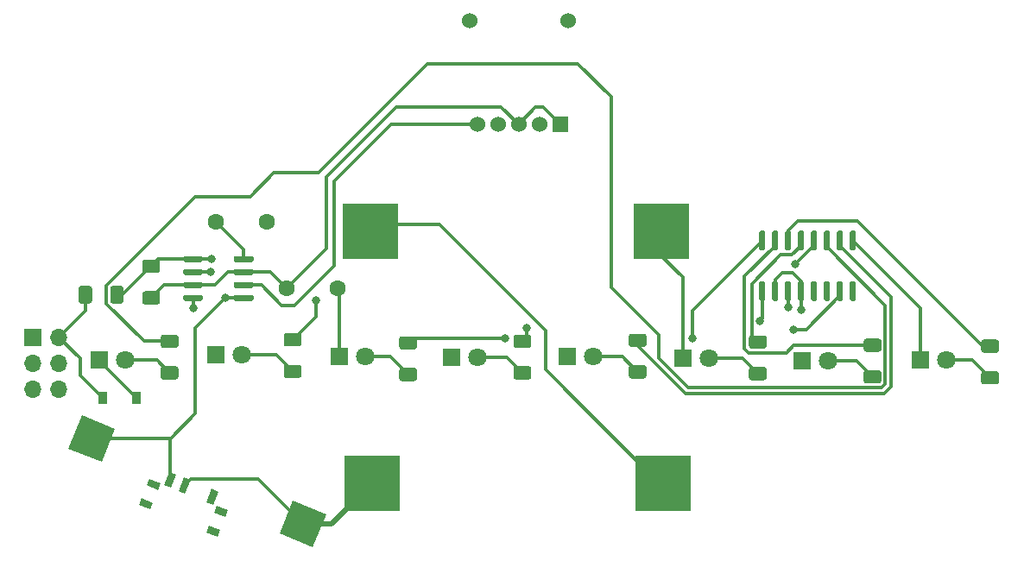
<source format=gbr>
%TF.GenerationSoftware,KiCad,Pcbnew,5.1.10-88a1d61d58~88~ubuntu20.04.1*%
%TF.CreationDate,2021-10-16T20:43:53-04:00*%
%TF.ProjectId,Spaceship-Badge-555,53706163-6573-4686-9970-2d4261646765,rev?*%
%TF.SameCoordinates,Original*%
%TF.FileFunction,Copper,L2,Bot*%
%TF.FilePolarity,Positive*%
%FSLAX46Y46*%
G04 Gerber Fmt 4.6, Leading zero omitted, Abs format (unit mm)*
G04 Created by KiCad (PCBNEW 5.1.10-88a1d61d58~88~ubuntu20.04.1) date 2021-10-16 20:43:53*
%MOMM*%
%LPD*%
G01*
G04 APERTURE LIST*
%TA.AperFunction,SMDPad,CuDef*%
%ADD10C,0.100000*%
%TD*%
%TA.AperFunction,SMDPad,CuDef*%
%ADD11R,0.900000X1.200000*%
%TD*%
%TA.AperFunction,ComponentPad*%
%ADD12C,1.524000*%
%TD*%
%TA.AperFunction,ComponentPad*%
%ADD13R,1.524000X1.524000*%
%TD*%
%TA.AperFunction,ComponentPad*%
%ADD14R,1.700000X1.700000*%
%TD*%
%TA.AperFunction,ComponentPad*%
%ADD15O,1.700000X1.700000*%
%TD*%
%TA.AperFunction,ComponentPad*%
%ADD16C,1.800000*%
%TD*%
%TA.AperFunction,ComponentPad*%
%ADD17R,1.800000X1.800000*%
%TD*%
%TA.AperFunction,ComponentPad*%
%ADD18C,1.600000*%
%TD*%
%TA.AperFunction,SMDPad,CuDef*%
%ADD19R,5.500000X5.500000*%
%TD*%
%TA.AperFunction,ViaPad*%
%ADD20C,0.800000*%
%TD*%
%TA.AperFunction,Conductor*%
%ADD21C,0.350000*%
%TD*%
%TA.AperFunction,Conductor*%
%ADD22C,0.500000*%
%TD*%
G04 APERTURE END LIST*
%TA.AperFunction,SMDPad,CuDef*%
D10*
%TO.P,SW2,2*%
%TO.N,+6V*%
G36*
X156942979Y-109636244D02*
G01*
X155631856Y-112881387D01*
X152386713Y-111570264D01*
X153697836Y-108325121D01*
X156942979Y-109636244D01*
G37*
%TD.AperFunction*%
%TA.AperFunction,SMDPad,CuDef*%
%TO.P,SW2,1*%
%TO.N,Net-(BT1-Pad1)*%
G36*
X177667392Y-118009450D02*
G01*
X176356269Y-121254593D01*
X173111126Y-119943470D01*
X174422249Y-116698327D01*
X177667392Y-118009450D01*
G37*
%TD.AperFunction*%
%TD*%
D11*
%TO.P,D1,2*%
%TO.N,GND*%
X159053800Y-106624120D03*
%TO.P,D1,1*%
%TO.N,Net-(D1-Pad1)*%
X155753800Y-106624120D03*
%TD*%
D12*
%TO.P,RV1,2*%
%TO.N,Net-(C2-Pad1)*%
X196524880Y-79786480D03*
%TO.P,RV1,*%
%TO.N,*%
X194492880Y-79786480D03*
%TO.P,RV1,1*%
%TO.N,Net-(RV1-Pad1)*%
X192460880Y-79786480D03*
%TO.P,RV1,*%
%TO.N,*%
X198556880Y-79786480D03*
D13*
%TO.P,RV1,3*%
%TO.N,Net-(C2-Pad1)*%
X200588880Y-79786480D03*
D12*
%TO.P,RV1,*%
%TO.N,*%
X201350880Y-69626480D03*
X191698880Y-69626480D03*
%TD*%
%TA.AperFunction,SMDPad,CuDef*%
D10*
%TO.P,SW1,3*%
%TO.N,+6V*%
G36*
X162937757Y-114118014D02*
G01*
X162413308Y-115416071D01*
X161764279Y-115153846D01*
X162288728Y-113855789D01*
X162937757Y-114118014D01*
G37*
%TD.AperFunction*%
%TA.AperFunction,SMDPad,CuDef*%
%TO.P,SW1,2*%
%TO.N,Net-(BT1-Pad1)*%
G36*
X164351712Y-114689289D02*
G01*
X163827263Y-115987346D01*
X163178234Y-115725121D01*
X163702683Y-114427064D01*
X164351712Y-114689289D01*
G37*
%TD.AperFunction*%
%TA.AperFunction,SMDPad,CuDef*%
%TO.P,SW1,1*%
%TO.N,Net-(SW1-Pad1)*%
G36*
X167110084Y-115803744D02*
G01*
X166585635Y-117101801D01*
X165936606Y-116839576D01*
X166461055Y-115541519D01*
X167110084Y-115803744D01*
G37*
%TD.AperFunction*%
%TA.AperFunction,SMDPad,CuDef*%
%TO.P,SW1,*%
%TO.N,*%
G36*
X161449186Y-114983399D02*
G01*
X161186961Y-115632427D01*
X160074340Y-115182899D01*
X160336565Y-114533871D01*
X161449186Y-114983399D01*
G37*
%TD.AperFunction*%
%TA.AperFunction,SMDPad,CuDef*%
G36*
X160666258Y-116921214D02*
G01*
X160404033Y-117570242D01*
X159291412Y-117120714D01*
X159553637Y-116471686D01*
X160666258Y-116921214D01*
G37*
%TD.AperFunction*%
%TA.AperFunction,SMDPad,CuDef*%
G36*
X167260390Y-119585416D02*
G01*
X166998165Y-120234444D01*
X165885544Y-119784916D01*
X166147769Y-119135888D01*
X167260390Y-119585416D01*
G37*
%TD.AperFunction*%
%TA.AperFunction,SMDPad,CuDef*%
G36*
X168043318Y-117647602D02*
G01*
X167781093Y-118296630D01*
X166668472Y-117847102D01*
X166930697Y-117198074D01*
X168043318Y-117647602D01*
G37*
%TD.AperFunction*%
%TD*%
%TO.P,U2,1*%
%TO.N,Net-(R7-Pad2)*%
%TA.AperFunction,SMDPad,CuDef*%
G36*
G01*
X220271000Y-90199800D02*
X220571000Y-90199800D01*
G75*
G02*
X220721000Y-90349800I0J-150000D01*
G01*
X220721000Y-91999800D01*
G75*
G02*
X220571000Y-92149800I-150000J0D01*
G01*
X220271000Y-92149800D01*
G75*
G02*
X220121000Y-91999800I0J150000D01*
G01*
X220121000Y-90349800D01*
G75*
G02*
X220271000Y-90199800I150000J0D01*
G01*
G37*
%TD.AperFunction*%
%TO.P,U2,2*%
%TO.N,Net-(R11-Pad2)*%
%TA.AperFunction,SMDPad,CuDef*%
G36*
G01*
X221541000Y-90199800D02*
X221841000Y-90199800D01*
G75*
G02*
X221991000Y-90349800I0J-150000D01*
G01*
X221991000Y-91999800D01*
G75*
G02*
X221841000Y-92149800I-150000J0D01*
G01*
X221541000Y-92149800D01*
G75*
G02*
X221391000Y-91999800I0J150000D01*
G01*
X221391000Y-90349800D01*
G75*
G02*
X221541000Y-90199800I150000J0D01*
G01*
G37*
%TD.AperFunction*%
%TO.P,U2,3*%
%TO.N,Net-(R12-Pad2)*%
%TA.AperFunction,SMDPad,CuDef*%
G36*
G01*
X222811000Y-90199800D02*
X223111000Y-90199800D01*
G75*
G02*
X223261000Y-90349800I0J-150000D01*
G01*
X223261000Y-91999800D01*
G75*
G02*
X223111000Y-92149800I-150000J0D01*
G01*
X222811000Y-92149800D01*
G75*
G02*
X222661000Y-91999800I0J150000D01*
G01*
X222661000Y-90349800D01*
G75*
G02*
X222811000Y-90199800I150000J0D01*
G01*
G37*
%TD.AperFunction*%
%TO.P,U2,4*%
%TO.N,Net-(R10-Pad2)*%
%TA.AperFunction,SMDPad,CuDef*%
G36*
G01*
X224081000Y-90199800D02*
X224381000Y-90199800D01*
G75*
G02*
X224531000Y-90349800I0J-150000D01*
G01*
X224531000Y-91999800D01*
G75*
G02*
X224381000Y-92149800I-150000J0D01*
G01*
X224081000Y-92149800D01*
G75*
G02*
X223931000Y-91999800I0J150000D01*
G01*
X223931000Y-90349800D01*
G75*
G02*
X224081000Y-90199800I150000J0D01*
G01*
G37*
%TD.AperFunction*%
%TO.P,U2,5*%
%TO.N,Net-(R6-Pad2)*%
%TA.AperFunction,SMDPad,CuDef*%
G36*
G01*
X225351000Y-90199800D02*
X225651000Y-90199800D01*
G75*
G02*
X225801000Y-90349800I0J-150000D01*
G01*
X225801000Y-91999800D01*
G75*
G02*
X225651000Y-92149800I-150000J0D01*
G01*
X225351000Y-92149800D01*
G75*
G02*
X225201000Y-91999800I0J150000D01*
G01*
X225201000Y-90349800D01*
G75*
G02*
X225351000Y-90199800I150000J0D01*
G01*
G37*
%TD.AperFunction*%
%TO.P,U2,6*%
%TO.N,Net-(R5-Pad2)*%
%TA.AperFunction,SMDPad,CuDef*%
G36*
G01*
X226621000Y-90199800D02*
X226921000Y-90199800D01*
G75*
G02*
X227071000Y-90349800I0J-150000D01*
G01*
X227071000Y-91999800D01*
G75*
G02*
X226921000Y-92149800I-150000J0D01*
G01*
X226621000Y-92149800D01*
G75*
G02*
X226471000Y-91999800I0J150000D01*
G01*
X226471000Y-90349800D01*
G75*
G02*
X226621000Y-90199800I150000J0D01*
G01*
G37*
%TD.AperFunction*%
%TO.P,U2,7*%
%TO.N,Net-(R9-Pad2)*%
%TA.AperFunction,SMDPad,CuDef*%
G36*
G01*
X227891000Y-90199800D02*
X228191000Y-90199800D01*
G75*
G02*
X228341000Y-90349800I0J-150000D01*
G01*
X228341000Y-91999800D01*
G75*
G02*
X228191000Y-92149800I-150000J0D01*
G01*
X227891000Y-92149800D01*
G75*
G02*
X227741000Y-91999800I0J150000D01*
G01*
X227741000Y-90349800D01*
G75*
G02*
X227891000Y-90199800I150000J0D01*
G01*
G37*
%TD.AperFunction*%
%TO.P,U2,8*%
%TO.N,GND*%
%TA.AperFunction,SMDPad,CuDef*%
G36*
G01*
X229161000Y-90199800D02*
X229461000Y-90199800D01*
G75*
G02*
X229611000Y-90349800I0J-150000D01*
G01*
X229611000Y-91999800D01*
G75*
G02*
X229461000Y-92149800I-150000J0D01*
G01*
X229161000Y-92149800D01*
G75*
G02*
X229011000Y-91999800I0J150000D01*
G01*
X229011000Y-90349800D01*
G75*
G02*
X229161000Y-90199800I150000J0D01*
G01*
G37*
%TD.AperFunction*%
%TO.P,U2,9*%
%TO.N,Net-(U2-Pad9)*%
%TA.AperFunction,SMDPad,CuDef*%
G36*
G01*
X229161000Y-95149800D02*
X229461000Y-95149800D01*
G75*
G02*
X229611000Y-95299800I0J-150000D01*
G01*
X229611000Y-96949800D01*
G75*
G02*
X229461000Y-97099800I-150000J0D01*
G01*
X229161000Y-97099800D01*
G75*
G02*
X229011000Y-96949800I0J150000D01*
G01*
X229011000Y-95299800D01*
G75*
G02*
X229161000Y-95149800I150000J0D01*
G01*
G37*
%TD.AperFunction*%
%TO.P,U2,10*%
%TO.N,Net-(R8-Pad2)*%
%TA.AperFunction,SMDPad,CuDef*%
G36*
G01*
X227891000Y-95149800D02*
X228191000Y-95149800D01*
G75*
G02*
X228341000Y-95299800I0J-150000D01*
G01*
X228341000Y-96949800D01*
G75*
G02*
X228191000Y-97099800I-150000J0D01*
G01*
X227891000Y-97099800D01*
G75*
G02*
X227741000Y-96949800I0J150000D01*
G01*
X227741000Y-95299800D01*
G75*
G02*
X227891000Y-95149800I150000J0D01*
G01*
G37*
%TD.AperFunction*%
%TO.P,U2,11*%
%TO.N,Net-(U2-Pad11)*%
%TA.AperFunction,SMDPad,CuDef*%
G36*
G01*
X226621000Y-95149800D02*
X226921000Y-95149800D01*
G75*
G02*
X227071000Y-95299800I0J-150000D01*
G01*
X227071000Y-96949800D01*
G75*
G02*
X226921000Y-97099800I-150000J0D01*
G01*
X226621000Y-97099800D01*
G75*
G02*
X226471000Y-96949800I0J150000D01*
G01*
X226471000Y-95299800D01*
G75*
G02*
X226621000Y-95149800I150000J0D01*
G01*
G37*
%TD.AperFunction*%
%TO.P,U2,12*%
%TO.N,Net-(U2-Pad12)*%
%TA.AperFunction,SMDPad,CuDef*%
G36*
G01*
X225351000Y-95149800D02*
X225651000Y-95149800D01*
G75*
G02*
X225801000Y-95299800I0J-150000D01*
G01*
X225801000Y-96949800D01*
G75*
G02*
X225651000Y-97099800I-150000J0D01*
G01*
X225351000Y-97099800D01*
G75*
G02*
X225201000Y-96949800I0J150000D01*
G01*
X225201000Y-95299800D01*
G75*
G02*
X225351000Y-95149800I150000J0D01*
G01*
G37*
%TD.AperFunction*%
%TO.P,U2,13*%
%TO.N,GND*%
%TA.AperFunction,SMDPad,CuDef*%
G36*
G01*
X224081000Y-95149800D02*
X224381000Y-95149800D01*
G75*
G02*
X224531000Y-95299800I0J-150000D01*
G01*
X224531000Y-96949800D01*
G75*
G02*
X224381000Y-97099800I-150000J0D01*
G01*
X224081000Y-97099800D01*
G75*
G02*
X223931000Y-96949800I0J150000D01*
G01*
X223931000Y-95299800D01*
G75*
G02*
X224081000Y-95149800I150000J0D01*
G01*
G37*
%TD.AperFunction*%
%TO.P,U2,14*%
%TO.N,Net-(U1-Pad3)*%
%TA.AperFunction,SMDPad,CuDef*%
G36*
G01*
X222811000Y-95149800D02*
X223111000Y-95149800D01*
G75*
G02*
X223261000Y-95299800I0J-150000D01*
G01*
X223261000Y-96949800D01*
G75*
G02*
X223111000Y-97099800I-150000J0D01*
G01*
X222811000Y-97099800D01*
G75*
G02*
X222661000Y-96949800I0J150000D01*
G01*
X222661000Y-95299800D01*
G75*
G02*
X222811000Y-95149800I150000J0D01*
G01*
G37*
%TD.AperFunction*%
%TO.P,U2,15*%
%TO.N,GND*%
%TA.AperFunction,SMDPad,CuDef*%
G36*
G01*
X221541000Y-95149800D02*
X221841000Y-95149800D01*
G75*
G02*
X221991000Y-95299800I0J-150000D01*
G01*
X221991000Y-96949800D01*
G75*
G02*
X221841000Y-97099800I-150000J0D01*
G01*
X221541000Y-97099800D01*
G75*
G02*
X221391000Y-96949800I0J150000D01*
G01*
X221391000Y-95299800D01*
G75*
G02*
X221541000Y-95149800I150000J0D01*
G01*
G37*
%TD.AperFunction*%
%TO.P,U2,16*%
%TO.N,+6V*%
%TA.AperFunction,SMDPad,CuDef*%
G36*
G01*
X220271000Y-95149800D02*
X220571000Y-95149800D01*
G75*
G02*
X220721000Y-95299800I0J-150000D01*
G01*
X220721000Y-96949800D01*
G75*
G02*
X220571000Y-97099800I-150000J0D01*
G01*
X220271000Y-97099800D01*
G75*
G02*
X220121000Y-96949800I0J150000D01*
G01*
X220121000Y-95299800D01*
G75*
G02*
X220271000Y-95149800I150000J0D01*
G01*
G37*
%TD.AperFunction*%
%TD*%
%TO.P,U1,8*%
%TO.N,+6V*%
%TA.AperFunction,SMDPad,CuDef*%
G36*
G01*
X168581000Y-96949400D02*
X168581000Y-96649400D01*
G75*
G02*
X168731000Y-96499400I150000J0D01*
G01*
X170381000Y-96499400D01*
G75*
G02*
X170531000Y-96649400I0J-150000D01*
G01*
X170531000Y-96949400D01*
G75*
G02*
X170381000Y-97099400I-150000J0D01*
G01*
X168731000Y-97099400D01*
G75*
G02*
X168581000Y-96949400I0J150000D01*
G01*
G37*
%TD.AperFunction*%
%TO.P,U1,7*%
%TO.N,Net-(RV1-Pad1)*%
%TA.AperFunction,SMDPad,CuDef*%
G36*
G01*
X168581000Y-95679400D02*
X168581000Y-95379400D01*
G75*
G02*
X168731000Y-95229400I150000J0D01*
G01*
X170381000Y-95229400D01*
G75*
G02*
X170531000Y-95379400I0J-150000D01*
G01*
X170531000Y-95679400D01*
G75*
G02*
X170381000Y-95829400I-150000J0D01*
G01*
X168731000Y-95829400D01*
G75*
G02*
X168581000Y-95679400I0J150000D01*
G01*
G37*
%TD.AperFunction*%
%TO.P,U1,6*%
%TO.N,Net-(C2-Pad1)*%
%TA.AperFunction,SMDPad,CuDef*%
G36*
G01*
X168581000Y-94409400D02*
X168581000Y-94109400D01*
G75*
G02*
X168731000Y-93959400I150000J0D01*
G01*
X170381000Y-93959400D01*
G75*
G02*
X170531000Y-94109400I0J-150000D01*
G01*
X170531000Y-94409400D01*
G75*
G02*
X170381000Y-94559400I-150000J0D01*
G01*
X168731000Y-94559400D01*
G75*
G02*
X168581000Y-94409400I0J150000D01*
G01*
G37*
%TD.AperFunction*%
%TO.P,U1,5*%
%TO.N,Net-(C1-Pad1)*%
%TA.AperFunction,SMDPad,CuDef*%
G36*
G01*
X168581000Y-93139400D02*
X168581000Y-92839400D01*
G75*
G02*
X168731000Y-92689400I150000J0D01*
G01*
X170381000Y-92689400D01*
G75*
G02*
X170531000Y-92839400I0J-150000D01*
G01*
X170531000Y-93139400D01*
G75*
G02*
X170381000Y-93289400I-150000J0D01*
G01*
X168731000Y-93289400D01*
G75*
G02*
X168581000Y-93139400I0J150000D01*
G01*
G37*
%TD.AperFunction*%
%TO.P,U1,4*%
%TO.N,+6V*%
%TA.AperFunction,SMDPad,CuDef*%
G36*
G01*
X163631000Y-93139400D02*
X163631000Y-92839400D01*
G75*
G02*
X163781000Y-92689400I150000J0D01*
G01*
X165431000Y-92689400D01*
G75*
G02*
X165581000Y-92839400I0J-150000D01*
G01*
X165581000Y-93139400D01*
G75*
G02*
X165431000Y-93289400I-150000J0D01*
G01*
X163781000Y-93289400D01*
G75*
G02*
X163631000Y-93139400I0J150000D01*
G01*
G37*
%TD.AperFunction*%
%TO.P,U1,3*%
%TO.N,Net-(U1-Pad3)*%
%TA.AperFunction,SMDPad,CuDef*%
G36*
G01*
X163631000Y-94409400D02*
X163631000Y-94109400D01*
G75*
G02*
X163781000Y-93959400I150000J0D01*
G01*
X165431000Y-93959400D01*
G75*
G02*
X165581000Y-94109400I0J-150000D01*
G01*
X165581000Y-94409400D01*
G75*
G02*
X165431000Y-94559400I-150000J0D01*
G01*
X163781000Y-94559400D01*
G75*
G02*
X163631000Y-94409400I0J150000D01*
G01*
G37*
%TD.AperFunction*%
%TO.P,U1,2*%
%TO.N,Net-(C2-Pad1)*%
%TA.AperFunction,SMDPad,CuDef*%
G36*
G01*
X163631000Y-95679400D02*
X163631000Y-95379400D01*
G75*
G02*
X163781000Y-95229400I150000J0D01*
G01*
X165431000Y-95229400D01*
G75*
G02*
X165581000Y-95379400I0J-150000D01*
G01*
X165581000Y-95679400D01*
G75*
G02*
X165431000Y-95829400I-150000J0D01*
G01*
X163781000Y-95829400D01*
G75*
G02*
X163631000Y-95679400I0J150000D01*
G01*
G37*
%TD.AperFunction*%
%TO.P,U1,1*%
%TO.N,GND*%
%TA.AperFunction,SMDPad,CuDef*%
G36*
G01*
X163631000Y-96949400D02*
X163631000Y-96649400D01*
G75*
G02*
X163781000Y-96499400I150000J0D01*
G01*
X165431000Y-96499400D01*
G75*
G02*
X165581000Y-96649400I0J-150000D01*
G01*
X165581000Y-96949400D01*
G75*
G02*
X165431000Y-97099400I-150000J0D01*
G01*
X163781000Y-97099400D01*
G75*
G02*
X163631000Y-96949400I0J150000D01*
G01*
G37*
%TD.AperFunction*%
%TD*%
%TO.P,R12,2*%
%TO.N,Net-(R12-Pad2)*%
%TA.AperFunction,SMDPad,CuDef*%
G36*
G01*
X243398001Y-102199000D02*
X242147999Y-102199000D01*
G75*
G02*
X241898000Y-101949001I0J249999D01*
G01*
X241898000Y-101148999D01*
G75*
G02*
X242147999Y-100899000I249999J0D01*
G01*
X243398001Y-100899000D01*
G75*
G02*
X243648000Y-101148999I0J-249999D01*
G01*
X243648000Y-101949001D01*
G75*
G02*
X243398001Y-102199000I-249999J0D01*
G01*
G37*
%TD.AperFunction*%
%TO.P,R12,1*%
%TO.N,Net-(D11-Pad2)*%
%TA.AperFunction,SMDPad,CuDef*%
G36*
G01*
X243398001Y-105299000D02*
X242147999Y-105299000D01*
G75*
G02*
X241898000Y-105049001I0J249999D01*
G01*
X241898000Y-104248999D01*
G75*
G02*
X242147999Y-103999000I249999J0D01*
G01*
X243398001Y-103999000D01*
G75*
G02*
X243648000Y-104248999I0J-249999D01*
G01*
X243648000Y-105049001D01*
G75*
G02*
X243398001Y-105299000I-249999J0D01*
G01*
G37*
%TD.AperFunction*%
%TD*%
%TO.P,R11,2*%
%TO.N,Net-(R11-Pad2)*%
%TA.AperFunction,SMDPad,CuDef*%
G36*
G01*
X231867001Y-102097000D02*
X230616999Y-102097000D01*
G75*
G02*
X230367000Y-101847001I0J249999D01*
G01*
X230367000Y-101046999D01*
G75*
G02*
X230616999Y-100797000I249999J0D01*
G01*
X231867001Y-100797000D01*
G75*
G02*
X232117000Y-101046999I0J-249999D01*
G01*
X232117000Y-101847001D01*
G75*
G02*
X231867001Y-102097000I-249999J0D01*
G01*
G37*
%TD.AperFunction*%
%TO.P,R11,1*%
%TO.N,Net-(D10-Pad2)*%
%TA.AperFunction,SMDPad,CuDef*%
G36*
G01*
X231867001Y-105197000D02*
X230616999Y-105197000D01*
G75*
G02*
X230367000Y-104947001I0J249999D01*
G01*
X230367000Y-104146999D01*
G75*
G02*
X230616999Y-103897000I249999J0D01*
G01*
X231867001Y-103897000D01*
G75*
G02*
X232117000Y-104146999I0J-249999D01*
G01*
X232117000Y-104947001D01*
G75*
G02*
X231867001Y-105197000I-249999J0D01*
G01*
G37*
%TD.AperFunction*%
%TD*%
%TO.P,R10,2*%
%TO.N,Net-(R10-Pad2)*%
%TA.AperFunction,SMDPad,CuDef*%
G36*
G01*
X220614001Y-101792000D02*
X219363999Y-101792000D01*
G75*
G02*
X219114000Y-101542001I0J249999D01*
G01*
X219114000Y-100741999D01*
G75*
G02*
X219363999Y-100492000I249999J0D01*
G01*
X220614001Y-100492000D01*
G75*
G02*
X220864000Y-100741999I0J-249999D01*
G01*
X220864000Y-101542001D01*
G75*
G02*
X220614001Y-101792000I-249999J0D01*
G01*
G37*
%TD.AperFunction*%
%TO.P,R10,1*%
%TO.N,Net-(D9-Pad2)*%
%TA.AperFunction,SMDPad,CuDef*%
G36*
G01*
X220614001Y-104892000D02*
X219363999Y-104892000D01*
G75*
G02*
X219114000Y-104642001I0J249999D01*
G01*
X219114000Y-103841999D01*
G75*
G02*
X219363999Y-103592000I249999J0D01*
G01*
X220614001Y-103592000D01*
G75*
G02*
X220864000Y-103841999I0J-249999D01*
G01*
X220864000Y-104642001D01*
G75*
G02*
X220614001Y-104892000I-249999J0D01*
G01*
G37*
%TD.AperFunction*%
%TD*%
%TO.P,R9,2*%
%TO.N,Net-(R9-Pad2)*%
%TA.AperFunction,SMDPad,CuDef*%
G36*
G01*
X208829001Y-101614000D02*
X207578999Y-101614000D01*
G75*
G02*
X207329000Y-101364001I0J249999D01*
G01*
X207329000Y-100563999D01*
G75*
G02*
X207578999Y-100314000I249999J0D01*
G01*
X208829001Y-100314000D01*
G75*
G02*
X209079000Y-100563999I0J-249999D01*
G01*
X209079000Y-101364001D01*
G75*
G02*
X208829001Y-101614000I-249999J0D01*
G01*
G37*
%TD.AperFunction*%
%TO.P,R9,1*%
%TO.N,Net-(D8-Pad2)*%
%TA.AperFunction,SMDPad,CuDef*%
G36*
G01*
X208829001Y-104714000D02*
X207578999Y-104714000D01*
G75*
G02*
X207329000Y-104464001I0J249999D01*
G01*
X207329000Y-103663999D01*
G75*
G02*
X207578999Y-103414000I249999J0D01*
G01*
X208829001Y-103414000D01*
G75*
G02*
X209079000Y-103663999I0J-249999D01*
G01*
X209079000Y-104464001D01*
G75*
G02*
X208829001Y-104714000I-249999J0D01*
G01*
G37*
%TD.AperFunction*%
%TD*%
%TO.P,R8,2*%
%TO.N,Net-(R8-Pad2)*%
%TA.AperFunction,SMDPad,CuDef*%
G36*
G01*
X197526001Y-101716000D02*
X196275999Y-101716000D01*
G75*
G02*
X196026000Y-101466001I0J249999D01*
G01*
X196026000Y-100665999D01*
G75*
G02*
X196275999Y-100416000I249999J0D01*
G01*
X197526001Y-100416000D01*
G75*
G02*
X197776000Y-100665999I0J-249999D01*
G01*
X197776000Y-101466001D01*
G75*
G02*
X197526001Y-101716000I-249999J0D01*
G01*
G37*
%TD.AperFunction*%
%TO.P,R8,1*%
%TO.N,Net-(D7-Pad2)*%
%TA.AperFunction,SMDPad,CuDef*%
G36*
G01*
X197526001Y-104816000D02*
X196275999Y-104816000D01*
G75*
G02*
X196026000Y-104566001I0J249999D01*
G01*
X196026000Y-103765999D01*
G75*
G02*
X196275999Y-103516000I249999J0D01*
G01*
X197526001Y-103516000D01*
G75*
G02*
X197776000Y-103765999I0J-249999D01*
G01*
X197776000Y-104566001D01*
G75*
G02*
X197526001Y-104816000I-249999J0D01*
G01*
G37*
%TD.AperFunction*%
%TD*%
%TO.P,R7,2*%
%TO.N,Net-(R7-Pad2)*%
%TA.AperFunction,SMDPad,CuDef*%
G36*
G01*
X186324001Y-101868000D02*
X185073999Y-101868000D01*
G75*
G02*
X184824000Y-101618001I0J249999D01*
G01*
X184824000Y-100817999D01*
G75*
G02*
X185073999Y-100568000I249999J0D01*
G01*
X186324001Y-100568000D01*
G75*
G02*
X186574000Y-100817999I0J-249999D01*
G01*
X186574000Y-101618001D01*
G75*
G02*
X186324001Y-101868000I-249999J0D01*
G01*
G37*
%TD.AperFunction*%
%TO.P,R7,1*%
%TO.N,Net-(D6-Pad2)*%
%TA.AperFunction,SMDPad,CuDef*%
G36*
G01*
X186324001Y-104968000D02*
X185073999Y-104968000D01*
G75*
G02*
X184824000Y-104718001I0J249999D01*
G01*
X184824000Y-103917999D01*
G75*
G02*
X185073999Y-103668000I249999J0D01*
G01*
X186324001Y-103668000D01*
G75*
G02*
X186574000Y-103917999I0J-249999D01*
G01*
X186574000Y-104718001D01*
G75*
G02*
X186324001Y-104968000I-249999J0D01*
G01*
G37*
%TD.AperFunction*%
%TD*%
%TO.P,R6,2*%
%TO.N,Net-(R6-Pad2)*%
%TA.AperFunction,SMDPad,CuDef*%
G36*
G01*
X174996001Y-101564000D02*
X173745999Y-101564000D01*
G75*
G02*
X173496000Y-101314001I0J249999D01*
G01*
X173496000Y-100513999D01*
G75*
G02*
X173745999Y-100264000I249999J0D01*
G01*
X174996001Y-100264000D01*
G75*
G02*
X175246000Y-100513999I0J-249999D01*
G01*
X175246000Y-101314001D01*
G75*
G02*
X174996001Y-101564000I-249999J0D01*
G01*
G37*
%TD.AperFunction*%
%TO.P,R6,1*%
%TO.N,Net-(D5-Pad2)*%
%TA.AperFunction,SMDPad,CuDef*%
G36*
G01*
X174996001Y-104664000D02*
X173745999Y-104664000D01*
G75*
G02*
X173496000Y-104414001I0J249999D01*
G01*
X173496000Y-103613999D01*
G75*
G02*
X173745999Y-103364000I249999J0D01*
G01*
X174996001Y-103364000D01*
G75*
G02*
X175246000Y-103613999I0J-249999D01*
G01*
X175246000Y-104414001D01*
G75*
G02*
X174996001Y-104664000I-249999J0D01*
G01*
G37*
%TD.AperFunction*%
%TD*%
%TO.P,R5,2*%
%TO.N,Net-(R5-Pad2)*%
%TA.AperFunction,SMDPad,CuDef*%
G36*
G01*
X162930001Y-101716000D02*
X161679999Y-101716000D01*
G75*
G02*
X161430000Y-101466001I0J249999D01*
G01*
X161430000Y-100665999D01*
G75*
G02*
X161679999Y-100416000I249999J0D01*
G01*
X162930001Y-100416000D01*
G75*
G02*
X163180000Y-100665999I0J-249999D01*
G01*
X163180000Y-101466001D01*
G75*
G02*
X162930001Y-101716000I-249999J0D01*
G01*
G37*
%TD.AperFunction*%
%TO.P,R5,1*%
%TO.N,Net-(D4-Pad2)*%
%TA.AperFunction,SMDPad,CuDef*%
G36*
G01*
X162930001Y-104816000D02*
X161679999Y-104816000D01*
G75*
G02*
X161430000Y-104566001I0J249999D01*
G01*
X161430000Y-103765999D01*
G75*
G02*
X161679999Y-103516000I249999J0D01*
G01*
X162930001Y-103516000D01*
G75*
G02*
X163180000Y-103765999I0J-249999D01*
G01*
X163180000Y-104566001D01*
G75*
G02*
X162930001Y-104816000I-249999J0D01*
G01*
G37*
%TD.AperFunction*%
%TD*%
%TO.P,R2,2*%
%TO.N,Net-(C2-Pad1)*%
%TA.AperFunction,SMDPad,CuDef*%
G36*
G01*
X159877999Y-96150600D02*
X161128001Y-96150600D01*
G75*
G02*
X161378000Y-96400599I0J-249999D01*
G01*
X161378000Y-97200601D01*
G75*
G02*
X161128001Y-97450600I-249999J0D01*
G01*
X159877999Y-97450600D01*
G75*
G02*
X159628000Y-97200601I0J249999D01*
G01*
X159628000Y-96400599D01*
G75*
G02*
X159877999Y-96150600I249999J0D01*
G01*
G37*
%TD.AperFunction*%
%TO.P,R2,1*%
%TO.N,+6V*%
%TA.AperFunction,SMDPad,CuDef*%
G36*
G01*
X159877999Y-93050600D02*
X161128001Y-93050600D01*
G75*
G02*
X161378000Y-93300599I0J-249999D01*
G01*
X161378000Y-94100601D01*
G75*
G02*
X161128001Y-94350600I-249999J0D01*
G01*
X159877999Y-94350600D01*
G75*
G02*
X159628000Y-94100601I0J249999D01*
G01*
X159628000Y-93300599D01*
G75*
G02*
X159877999Y-93050600I249999J0D01*
G01*
G37*
%TD.AperFunction*%
%TD*%
%TO.P,R1,2*%
%TO.N,Net-(D1-Pad1)*%
%TA.AperFunction,SMDPad,CuDef*%
G36*
G01*
X154700000Y-95869599D02*
X154700000Y-97119601D01*
G75*
G02*
X154450001Y-97369600I-249999J0D01*
G01*
X153649999Y-97369600D01*
G75*
G02*
X153400000Y-97119601I0J249999D01*
G01*
X153400000Y-95869599D01*
G75*
G02*
X153649999Y-95619600I249999J0D01*
G01*
X154450001Y-95619600D01*
G75*
G02*
X154700000Y-95869599I0J-249999D01*
G01*
G37*
%TD.AperFunction*%
%TO.P,R1,1*%
%TO.N,+6V*%
%TA.AperFunction,SMDPad,CuDef*%
G36*
G01*
X157800000Y-95869599D02*
X157800000Y-97119601D01*
G75*
G02*
X157550001Y-97369600I-249999J0D01*
G01*
X156749999Y-97369600D01*
G75*
G02*
X156500000Y-97119601I0J249999D01*
G01*
X156500000Y-95869599D01*
G75*
G02*
X156749999Y-95619600I249999J0D01*
G01*
X157550001Y-95619600D01*
G75*
G02*
X157800000Y-95869599I0J-249999D01*
G01*
G37*
%TD.AperFunction*%
%TD*%
D14*
%TO.P,J1,1*%
%TO.N,GND*%
X148920000Y-100660000D03*
D15*
%TO.P,J1,2*%
%TO.N,Net-(D1-Pad1)*%
X151460000Y-100660000D03*
%TO.P,J1,3*%
%TO.N,Net-(J1-Pad3)*%
X148920000Y-103200000D03*
%TO.P,J1,4*%
%TO.N,Net-(J1-Pad4)*%
X151460000Y-103200000D03*
%TO.P,J1,5*%
%TO.N,Net-(J1-Pad5)*%
X148920000Y-105740000D03*
%TO.P,J1,6*%
%TO.N,Net-(J1-Pad6)*%
X151460000Y-105740000D03*
%TD*%
D16*
%TO.P,D11,2*%
%TO.N,Net-(D11-Pad2)*%
X238506000Y-102870000D03*
D17*
%TO.P,D11,1*%
%TO.N,GND*%
X235966000Y-102870000D03*
%TD*%
D16*
%TO.P,D10,2*%
%TO.N,Net-(D10-Pad2)*%
X226847000Y-102997000D03*
D17*
%TO.P,D10,1*%
%TO.N,GND*%
X224307000Y-102997000D03*
%TD*%
D16*
%TO.P,D9,2*%
%TO.N,Net-(D9-Pad2)*%
X215163000Y-102718000D03*
D17*
%TO.P,D9,1*%
%TO.N,GND*%
X212623000Y-102718000D03*
%TD*%
D16*
%TO.P,D8,2*%
%TO.N,Net-(D8-Pad2)*%
X203886000Y-102565000D03*
D17*
%TO.P,D8,1*%
%TO.N,GND*%
X201346000Y-102565000D03*
%TD*%
D16*
%TO.P,D7,2*%
%TO.N,Net-(D7-Pad2)*%
X192481000Y-102616000D03*
D17*
%TO.P,D7,1*%
%TO.N,GND*%
X189941000Y-102616000D03*
%TD*%
D16*
%TO.P,D6,2*%
%TO.N,Net-(D6-Pad2)*%
X181483000Y-102591000D03*
D17*
%TO.P,D6,1*%
%TO.N,GND*%
X178943000Y-102591000D03*
%TD*%
D16*
%TO.P,D5,2*%
%TO.N,Net-(D5-Pad2)*%
X169418000Y-102413000D03*
D17*
%TO.P,D5,1*%
%TO.N,GND*%
X166878000Y-102413000D03*
%TD*%
D16*
%TO.P,D4,2*%
%TO.N,Net-(D4-Pad2)*%
X157937000Y-102921000D03*
D17*
%TO.P,D4,1*%
%TO.N,GND*%
X155397000Y-102921000D03*
%TD*%
D18*
%TO.P,C2,2*%
%TO.N,GND*%
X178787000Y-95859600D03*
%TO.P,C2,1*%
%TO.N,Net-(C2-Pad1)*%
X173787000Y-95859600D03*
%TD*%
%TO.P,C1,2*%
%TO.N,GND*%
X171827000Y-89357200D03*
%TO.P,C1,1*%
%TO.N,Net-(C1-Pad1)*%
X166827000Y-89357200D03*
%TD*%
D19*
%TO.P,BT2,2*%
%TO.N,GND*%
X210541200Y-90286840D03*
%TO.P,BT2,1*%
%TO.N,Net-(BT1-Pad2)*%
X182041200Y-90286840D03*
%TD*%
%TO.P,BT1,2*%
%TO.N,Net-(BT1-Pad2)*%
X210694000Y-114960000D03*
%TO.P,BT1,1*%
%TO.N,Net-(BT1-Pad1)*%
X182194000Y-114960000D03*
%TD*%
D20*
%TO.N,GND*%
X164602000Y-97810300D03*
X224241000Y-97972900D03*
%TO.N,+6V*%
X220161700Y-99097900D03*
X166406000Y-92999600D03*
X167762000Y-96799400D03*
%TO.N,Net-(R6-Pad2)*%
X223638600Y-93530700D03*
X176648700Y-97084100D03*
%TO.N,Net-(R7-Pad2)*%
X213547400Y-100761000D03*
X195208000Y-100761000D03*
%TO.N,Net-(R8-Pad2)*%
X223451200Y-99887000D03*
X197286400Y-99747700D03*
%TO.N,Net-(U1-Pad3)*%
X223008800Y-97706000D03*
X166304000Y-94259400D03*
%TD*%
D21*
%TO.N,Net-(BT1-Pad2)*%
X210694000Y-114960000D02*
X210302000Y-114960000D01*
X210302000Y-114960000D02*
X199156000Y-103815000D01*
X199156000Y-103815000D02*
X199156000Y-99994700D01*
X199156000Y-99994700D02*
X188747000Y-89585800D01*
X188747000Y-89585800D02*
X182067000Y-89585800D01*
%TO.N,Net-(BT1-Pad1)*%
X182194000Y-114960000D02*
X182086000Y-115068000D01*
D22*
X178177540Y-118976460D02*
X182194000Y-114960000D01*
X175389259Y-118976460D02*
X178177540Y-118976460D01*
D21*
X163764973Y-115207205D02*
X164413098Y-114559080D01*
X170971879Y-114559080D02*
X175389259Y-118976460D01*
X164413098Y-114559080D02*
X170971879Y-114559080D01*
%TO.N,GND*%
X178943000Y-102591000D02*
X178943000Y-96015600D01*
X178943000Y-96015600D02*
X178787000Y-95859600D01*
X210567000Y-89585800D02*
X210567000Y-92711100D01*
X212623000Y-102718000D02*
X212623000Y-94767100D01*
X212623000Y-94767100D02*
X210567000Y-92711100D01*
X235966000Y-102870000D02*
X235966000Y-97829600D01*
X235966000Y-97829600D02*
X229311000Y-91174800D01*
X221691000Y-96124800D02*
X221691000Y-94985800D01*
X221691000Y-94985800D02*
X222367000Y-94310200D01*
X222367000Y-94310200D02*
X223392000Y-94310200D01*
X223392000Y-94310200D02*
X224231000Y-95149800D01*
X224231000Y-95149800D02*
X224231000Y-96124800D01*
X224241000Y-97972900D02*
X224241000Y-96135000D01*
X224241000Y-96135000D02*
X224231000Y-96124800D01*
X164606000Y-96799400D02*
X164606000Y-97806300D01*
X164606000Y-97806300D02*
X164602000Y-97810300D01*
X155397000Y-102967320D02*
X159053800Y-106624120D01*
X155397000Y-102921000D02*
X155397000Y-102967320D01*
%TO.N,Net-(C1-Pad1)*%
X166827000Y-89357200D02*
X169556000Y-92086200D01*
X169556000Y-92086200D02*
X169556000Y-92989400D01*
%TO.N,Net-(C2-Pad1)*%
X160503000Y-96800600D02*
X161774000Y-95529400D01*
X161774000Y-95529400D02*
X164606000Y-95529400D01*
X173787000Y-95859600D02*
X172187000Y-94259400D01*
X172187000Y-94259400D02*
X169556000Y-94259400D01*
X168061640Y-94259400D02*
X169556000Y-94259400D01*
X166791640Y-95529400D02*
X168061640Y-94259400D01*
X164606000Y-95529400D02*
X166791640Y-95529400D01*
X194797680Y-78059280D02*
X196524880Y-79786480D01*
X184536080Y-78059280D02*
X194797680Y-78059280D01*
X177648000Y-91998800D02*
X177648000Y-84947360D01*
X177648000Y-84947360D02*
X184536080Y-78059280D01*
X173787000Y-95859600D02*
X177648000Y-91998800D01*
X196524880Y-79786480D02*
X198196200Y-78115160D01*
X198917560Y-78115160D02*
X200588880Y-79786480D01*
X198196200Y-78115160D02*
X198917560Y-78115160D01*
%TO.N,Net-(D1-Pad1)*%
X154050000Y-96494600D02*
X154050000Y-98070000D01*
X154050000Y-98070000D02*
X151460000Y-100660000D01*
X151460000Y-100660000D02*
X153518000Y-102718000D01*
X153518000Y-104388320D02*
X155753800Y-106624120D01*
X153518000Y-102718000D02*
X153518000Y-104388320D01*
%TO.N,Net-(D4-Pad2)*%
X157937000Y-102921000D02*
X161060000Y-102921000D01*
X161060000Y-102921000D02*
X162305000Y-104166000D01*
%TO.N,Net-(D5-Pad2)*%
X169418000Y-102413000D02*
X172770000Y-102413000D01*
X172770000Y-102413000D02*
X174371000Y-104014000D01*
%TO.N,Net-(D6-Pad2)*%
X181483000Y-102591000D02*
X183972000Y-102591000D01*
X183972000Y-102591000D02*
X185699000Y-104318000D01*
%TO.N,Net-(D7-Pad2)*%
X192481000Y-102616000D02*
X195351000Y-102616000D01*
X195351000Y-102616000D02*
X196901000Y-104166000D01*
%TO.N,Net-(D8-Pad2)*%
X203886000Y-102565000D02*
X206705000Y-102565000D01*
X206705000Y-102565000D02*
X208204000Y-104064000D01*
%TO.N,Net-(D9-Pad2)*%
X215163000Y-102718000D02*
X218465000Y-102718000D01*
X218465000Y-102718000D02*
X219989000Y-104242000D01*
%TO.N,Net-(D10-Pad2)*%
X226847000Y-102997000D02*
X229692000Y-102997000D01*
X229692000Y-102997000D02*
X231242000Y-104547000D01*
%TO.N,Net-(D11-Pad2)*%
X238506000Y-102870000D02*
X240995000Y-102870000D01*
X240995000Y-102870000D02*
X242773000Y-104649000D01*
%TO.N,+6V*%
X167762000Y-96799400D02*
X164831000Y-99730600D01*
X220161700Y-99097900D02*
X220421000Y-98838600D01*
X220421000Y-98838600D02*
X220421000Y-96124800D01*
X167762000Y-96799400D02*
X169556000Y-96799400D01*
X160503000Y-93700600D02*
X161214000Y-92989400D01*
X161214000Y-92989400D02*
X164606000Y-92989400D01*
X157150000Y-96494600D02*
X157709000Y-96494600D01*
X157709000Y-96494600D02*
X160503000Y-93700600D01*
X164606000Y-92989400D02*
X166395000Y-92989400D01*
X166395000Y-92989400D02*
X166406000Y-92999600D01*
X154664846Y-110603254D02*
X162401026Y-110603254D01*
X162401026Y-110603254D02*
X164831000Y-108173280D01*
X164831000Y-103418880D02*
X164831000Y-103586000D01*
X164831000Y-108173280D02*
X164831000Y-103418880D01*
X164831000Y-99730600D02*
X164831000Y-103418880D01*
X162351018Y-110653262D02*
X162401026Y-110603254D01*
X162351018Y-114635930D02*
X162351018Y-110653262D01*
%TO.N,Net-(R5-Pad2)*%
X226771000Y-91802000D02*
X226771000Y-91174800D01*
X232501400Y-105257800D02*
X232501400Y-97532400D01*
X232140900Y-105618300D02*
X232501400Y-105257800D01*
X210252800Y-102721000D02*
X213150100Y-105618300D01*
X162305000Y-101066000D02*
X159797300Y-101066000D01*
X210252800Y-100434300D02*
X210252800Y-102721000D01*
X159797300Y-101066000D02*
X156113100Y-97381800D01*
X205580500Y-77081900D02*
X205580500Y-95762000D01*
X156113100Y-97381800D02*
X156113100Y-95596100D01*
X232501400Y-97532400D02*
X226771000Y-91802000D01*
X176941480Y-84536280D02*
X187614560Y-73863200D01*
X205580500Y-95762000D02*
X210252800Y-100434300D01*
X156113100Y-95596100D02*
X164840300Y-86868900D01*
X164840300Y-86868900D02*
X170204500Y-86868900D01*
X202361800Y-73863200D02*
X205580500Y-77081900D01*
X170204500Y-86868900D02*
X172537120Y-84536280D01*
X172537120Y-84536280D02*
X176941480Y-84536280D01*
X213150100Y-105618300D02*
X232140900Y-105618300D01*
X187614560Y-73863200D02*
X202361800Y-73863200D01*
%TO.N,Net-(R6-Pad2)*%
X225501000Y-91174800D02*
X225501000Y-91668300D01*
X225501000Y-91668300D02*
X223638600Y-93530700D01*
X174371000Y-100914000D02*
X176648700Y-98636300D01*
X176648700Y-98636300D02*
X176648700Y-97084100D01*
%TO.N,Net-(R7-Pad2)*%
X220421000Y-91174800D02*
X213547400Y-98048400D01*
X213547400Y-98048400D02*
X213547400Y-100761000D01*
X185699000Y-101218000D02*
X186156000Y-100761000D01*
X186156000Y-100761000D02*
X195208000Y-100761000D01*
%TO.N,Net-(R8-Pad2)*%
X196901000Y-101066000D02*
X197286400Y-100680600D01*
X197286400Y-100680600D02*
X197286400Y-99747700D01*
X228041000Y-96124800D02*
X228041000Y-96573600D01*
X228041000Y-96573600D02*
X224727600Y-99887000D01*
X224727600Y-99887000D02*
X223451200Y-99887000D01*
%TO.N,Net-(R9-Pad2)*%
X208204000Y-100964000D02*
X208204000Y-101474700D01*
X208204000Y-101474700D02*
X212897900Y-106168600D01*
X212897900Y-106168600D02*
X232368900Y-106168600D01*
X232368900Y-106168600D02*
X233051700Y-105485800D01*
X233051700Y-105485800D02*
X233051700Y-96724200D01*
X233051700Y-96724200D02*
X228041000Y-91713500D01*
X228041000Y-91713500D02*
X228041000Y-91174800D01*
%TO.N,Net-(R10-Pad2)*%
X224231000Y-91174800D02*
X224231000Y-91679000D01*
X224231000Y-91679000D02*
X223334500Y-92575500D01*
X223334500Y-92575500D02*
X222236500Y-92575500D01*
X222236500Y-92575500D02*
X219386400Y-95425600D01*
X219386400Y-95425600D02*
X219386400Y-100539400D01*
X219386400Y-100539400D02*
X219989000Y-101142000D01*
%TO.N,Net-(R11-Pad2)*%
X221691000Y-91174800D02*
X221691000Y-91704800D01*
X221691000Y-91704800D02*
X218697100Y-94698700D01*
X218697100Y-94698700D02*
X218697100Y-101759500D01*
X218697100Y-101759500D02*
X219119300Y-102181700D01*
X219119300Y-102181700D02*
X222778500Y-102181700D01*
X222778500Y-102181700D02*
X223513200Y-101447000D01*
X223513200Y-101447000D02*
X231242000Y-101447000D01*
%TO.N,Net-(R12-Pad2)*%
X242275000Y-101549000D02*
X242021000Y-101549000D01*
X242021000Y-101549000D02*
X229723000Y-89250500D01*
X229723000Y-89250500D02*
X223910000Y-89250500D01*
X223910000Y-89250500D02*
X222961000Y-90199800D01*
X222961000Y-90199800D02*
X222961000Y-91174800D01*
X242773000Y-101549000D02*
X242275000Y-101549000D01*
X242773000Y-101549000D02*
X242275000Y-101549000D01*
%TO.N,Net-(RV1-Pad1)*%
X178430000Y-85349000D02*
X183992520Y-79786480D01*
X178430000Y-93665000D02*
X178430000Y-85349000D01*
X174559000Y-97536000D02*
X178430000Y-93665000D01*
X173314000Y-97536000D02*
X174559000Y-97536000D01*
X171308000Y-95529400D02*
X173314000Y-97536000D01*
X183992520Y-79786480D02*
X192460880Y-79786480D01*
X169556000Y-95529400D02*
X171308000Y-95529400D01*
%TO.N,Net-(U1-Pad3)*%
X222961000Y-96124800D02*
X222961000Y-97658200D01*
X222961000Y-97658200D02*
X223008800Y-97706000D01*
X164606000Y-94259400D02*
X166304000Y-94259400D01*
%TD*%
M02*

</source>
